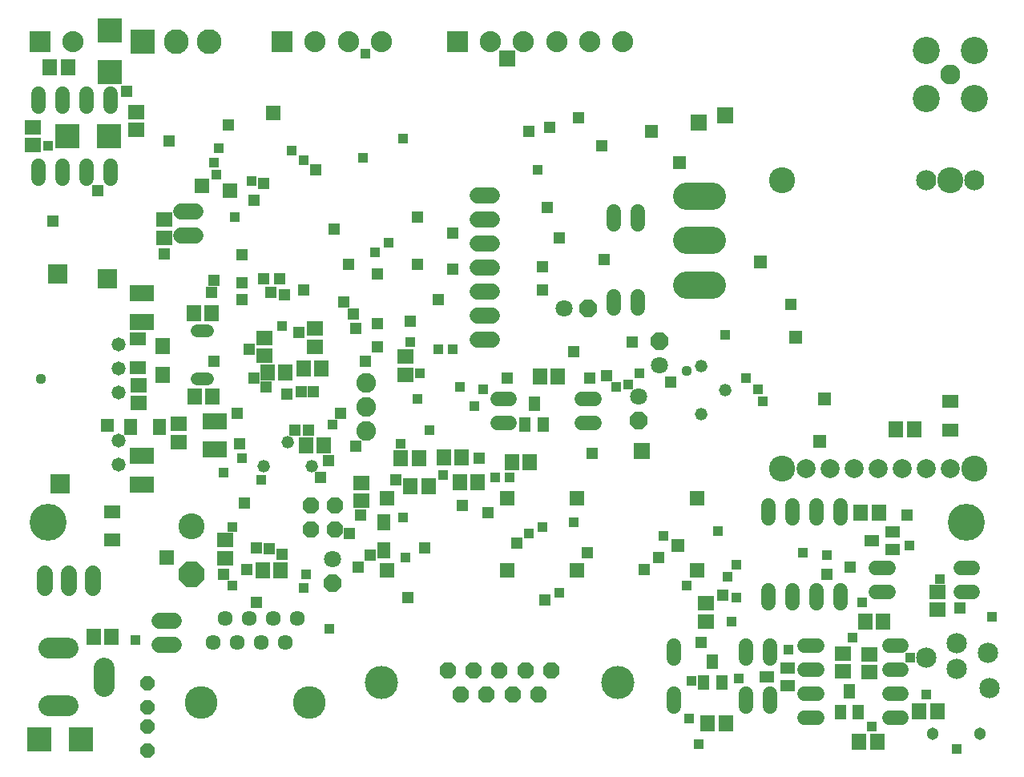
<source format=gbs>
G75*
%MOIN*%
%OFA0B0*%
%FSLAX25Y25*%
%IPPOS*%
%LPD*%
%AMOC8*
5,1,8,0,0,1.08239X$1,22.5*
%
%ADD10C,0.15367*%
%ADD11R,0.06706X0.05918*%
%ADD12R,0.05918X0.06706*%
%ADD13OC8,0.07100*%
%ADD14C,0.07100*%
%ADD15C,0.10800*%
%ADD16OC8,0.10800*%
%ADD17R,0.10249X0.07099*%
%ADD18R,0.06312X0.07099*%
%ADD19R,0.04737X0.06312*%
%ADD20R,0.10300X0.10300*%
%ADD21C,0.10300*%
%ADD22C,0.06800*%
%ADD23C,0.06000*%
%ADD24C,0.05800*%
%ADD25C,0.08674*%
%ADD26OC8,0.06800*%
%ADD27C,0.13800*%
%ADD28R,0.08800X0.08800*%
%ADD29C,0.08800*%
%ADD30C,0.08200*%
%ADD31R,0.05524X0.07099*%
%ADD32R,0.07099X0.05524*%
%ADD33OC8,0.06000*%
%ADD34C,0.05200*%
%ADD35R,0.06312X0.04737*%
%ADD36C,0.05200*%
%ADD37C,0.11450*%
%ADD38R,0.05950X0.05950*%
%ADD39C,0.03950*%
%ADD40C,0.08400*%
%ADD41C,0.07887*%
%ADD42C,0.08477*%
%ADD43C,0.05131*%
%ADD44C,0.06343*%
%ADD45C,0.13600*%
%ADD46C,0.08300*%
%ADD47C,0.11300*%
%ADD48R,0.10249X0.10249*%
%ADD49R,0.05524X0.06706*%
%ADD50R,0.04762X0.04762*%
%ADD51R,0.04369X0.04369*%
%ADD52R,0.06706X0.06706*%
%ADD53R,0.08477X0.08477*%
%ADD54R,0.06115X0.06115*%
%ADD55R,0.05550X0.05550*%
%ADD56R,0.05156X0.05156*%
%ADD57C,0.04369*%
D10*
X0019220Y0138532D03*
X0401110Y0138532D03*
D11*
X0389339Y0109438D03*
X0389339Y0101957D03*
X0360795Y0083454D03*
X0360795Y0075973D03*
X0349890Y0076288D03*
X0349890Y0083769D03*
X0292882Y0097233D03*
X0292882Y0104713D03*
X0167803Y0199871D03*
X0167803Y0207351D03*
X0130244Y0211564D03*
X0130244Y0219044D03*
X0109102Y0215107D03*
X0109102Y0207627D03*
X0073669Y0179320D03*
X0073669Y0171839D03*
X0056937Y0188060D03*
X0056937Y0195540D03*
X0067488Y0256879D03*
X0067488Y0264359D03*
X0055992Y0301761D03*
X0055992Y0309241D03*
X0012685Y0302745D03*
X0012685Y0295265D03*
X0149378Y0154753D03*
X0149378Y0147272D03*
X0092724Y0131013D03*
X0092724Y0123532D03*
D12*
X0108394Y0118532D03*
X0115874Y0118532D03*
X0170008Y0153532D03*
X0177488Y0153532D03*
X0173354Y0165146D03*
X0165874Y0165146D03*
X0183748Y0165540D03*
X0191228Y0165540D03*
X0190402Y0154950D03*
X0197882Y0154950D03*
X0212094Y0163493D03*
X0219575Y0163493D03*
X0223787Y0199005D03*
X0231268Y0199005D03*
X0132961Y0202587D03*
X0125480Y0202587D03*
X0117843Y0200737D03*
X0110362Y0200737D03*
X0087606Y0190855D03*
X0080126Y0190855D03*
X0079811Y0225304D03*
X0087291Y0225304D03*
X0126386Y0170265D03*
X0133866Y0170265D03*
X0045638Y0090619D03*
X0038157Y0090619D03*
X0293669Y0054831D03*
X0301150Y0054831D03*
X0356583Y0047036D03*
X0364063Y0047036D03*
X0381583Y0059831D03*
X0389063Y0059831D03*
X0366504Y0097154D03*
X0359024Y0097154D03*
X0357252Y0142430D03*
X0364732Y0142430D03*
X0371976Y0177233D03*
X0379457Y0177233D03*
X0027449Y0327863D03*
X0019969Y0327863D03*
D13*
X0243906Y0227509D03*
X0273512Y0213847D03*
X0264929Y0180698D03*
X0137488Y0112981D03*
D14*
X0137488Y0122981D03*
X0233906Y0227509D03*
X0273512Y0203847D03*
X0264929Y0190698D03*
D15*
X0324496Y0160855D03*
X0404496Y0160855D03*
X0394496Y0280855D03*
X0324496Y0280855D03*
X0078709Y0136879D03*
D16*
X0078709Y0116879D03*
D17*
X0058157Y0154202D03*
X0058157Y0166013D03*
X0088669Y0168611D03*
X0088669Y0180422D03*
X0058157Y0221800D03*
X0058157Y0233611D03*
D18*
X0067016Y0211643D03*
X0067016Y0199831D03*
D19*
X0217646Y0179162D03*
X0225126Y0179162D03*
X0221386Y0187824D03*
X0295677Y0080540D03*
X0291937Y0071879D03*
X0299417Y0071879D03*
X0348827Y0059438D03*
X0356307Y0059438D03*
X0352567Y0068099D03*
D20*
X0058669Y0338493D03*
D21*
X0072449Y0338493D03*
X0086228Y0338493D03*
D22*
X0080646Y0267745D02*
X0074646Y0267745D01*
X0074646Y0257745D02*
X0080646Y0257745D01*
X0197953Y0254438D02*
X0203953Y0254438D01*
X0203953Y0264438D02*
X0197953Y0264438D01*
X0197953Y0274438D02*
X0203953Y0274438D01*
X0203953Y0244438D02*
X0197953Y0244438D01*
X0197953Y0234438D02*
X0203953Y0234438D01*
X0203953Y0224438D02*
X0197953Y0224438D01*
X0197953Y0214438D02*
X0203953Y0214438D01*
X0071433Y0097272D02*
X0065433Y0097272D01*
X0065433Y0087272D02*
X0071433Y0087272D01*
X0037803Y0111005D02*
X0037803Y0117005D01*
X0027803Y0117005D02*
X0027803Y0111005D01*
X0017803Y0111005D02*
X0017803Y0117005D01*
D23*
X0206028Y0179792D02*
X0211228Y0179792D01*
X0211228Y0189792D02*
X0206028Y0189792D01*
X0241228Y0189792D02*
X0246428Y0189792D01*
X0246428Y0179792D02*
X0241228Y0179792D01*
X0254654Y0227269D02*
X0254654Y0232469D01*
X0264654Y0232469D02*
X0264654Y0227269D01*
X0264654Y0262469D02*
X0264654Y0267669D01*
X0254654Y0267669D02*
X0254654Y0262469D01*
X0318984Y0145268D02*
X0318984Y0140068D01*
X0328984Y0140068D02*
X0328984Y0145268D01*
X0338984Y0145268D02*
X0338984Y0140068D01*
X0348984Y0140068D02*
X0348984Y0145268D01*
X0363509Y0119556D02*
X0368709Y0119556D01*
X0368709Y0109556D02*
X0363509Y0109556D01*
X0348984Y0110068D02*
X0348984Y0104868D01*
X0338984Y0104868D02*
X0338984Y0110068D01*
X0328984Y0110068D02*
X0328984Y0104868D01*
X0318984Y0104868D02*
X0318984Y0110068D01*
X0319575Y0087038D02*
X0319575Y0081838D01*
X0309575Y0081838D02*
X0309575Y0087038D01*
X0309575Y0067038D02*
X0309575Y0061838D01*
X0319575Y0061838D02*
X0319575Y0067038D01*
X0333942Y0067154D02*
X0339142Y0067154D01*
X0339142Y0077154D02*
X0333942Y0077154D01*
X0333942Y0087154D02*
X0339142Y0087154D01*
X0369142Y0087154D02*
X0374342Y0087154D01*
X0374342Y0077154D02*
X0369142Y0077154D01*
X0369142Y0067154D02*
X0374342Y0067154D01*
X0374342Y0057154D02*
X0369142Y0057154D01*
X0339142Y0057154D02*
X0333942Y0057154D01*
X0279575Y0061838D02*
X0279575Y0067038D01*
X0279575Y0081838D02*
X0279575Y0087038D01*
X0398709Y0109556D02*
X0403909Y0109556D01*
X0403909Y0119556D02*
X0398709Y0119556D01*
X0045126Y0281523D02*
X0045126Y0286723D01*
X0035126Y0286723D02*
X0035126Y0281523D01*
X0025126Y0281523D02*
X0025126Y0286723D01*
X0015126Y0286723D02*
X0015126Y0281523D01*
X0015126Y0311523D02*
X0015126Y0316723D01*
X0025126Y0316723D02*
X0025126Y0311523D01*
X0035126Y0311523D02*
X0035126Y0316723D01*
X0045126Y0316723D02*
X0045126Y0311523D01*
D24*
X0048370Y0212414D03*
X0048370Y0202414D03*
X0048370Y0192414D03*
X0048370Y0172414D03*
X0048370Y0162414D03*
D25*
X0027488Y0086170D02*
X0019614Y0086170D01*
X0042449Y0077902D02*
X0042449Y0070028D01*
X0027488Y0062154D02*
X0019614Y0062154D01*
D26*
X0128394Y0135501D03*
X0138394Y0135501D03*
X0138394Y0145501D03*
X0128394Y0145501D03*
X0185416Y0076800D03*
X0196216Y0076800D03*
X0207016Y0076800D03*
X0217816Y0076800D03*
X0228616Y0076800D03*
X0223216Y0066800D03*
X0212416Y0066800D03*
X0201616Y0066800D03*
X0190816Y0066800D03*
D27*
X0157716Y0071800D03*
X0256316Y0071800D03*
D28*
X0189417Y0338493D03*
X0116543Y0338493D03*
X0015795Y0338493D03*
D29*
X0029575Y0338493D03*
X0130323Y0338493D03*
X0144102Y0338493D03*
X0157882Y0338493D03*
X0203197Y0338493D03*
X0216976Y0338493D03*
X0230756Y0338493D03*
X0244535Y0338493D03*
X0258315Y0338493D03*
D30*
X0151504Y0196328D03*
X0151504Y0186328D03*
X0151504Y0176328D03*
D31*
X0065441Y0178060D03*
X0053630Y0178060D03*
D32*
X0056465Y0202824D03*
X0056465Y0214635D03*
X0045953Y0142824D03*
X0045953Y0131013D03*
X0394378Y0176918D03*
X0394378Y0188729D03*
D33*
X0060559Y0071485D03*
X0060559Y0061485D03*
X0060559Y0053375D03*
X0060559Y0043375D03*
D34*
X0081154Y0197942D02*
X0085554Y0197942D01*
X0085554Y0217942D02*
X0081154Y0217942D01*
D35*
X0318079Y0074083D03*
X0326740Y0070343D03*
X0326740Y0077824D03*
X0370677Y0126997D03*
X0362016Y0130737D03*
X0370677Y0134477D03*
D36*
X0300992Y0193493D03*
X0290992Y0203493D03*
X0290992Y0183493D03*
X0128748Y0161800D03*
X0118748Y0171800D03*
X0108748Y0161800D03*
D37*
X0284762Y0237158D02*
X0295412Y0237158D01*
X0295412Y0255658D02*
X0284762Y0255658D01*
X0284762Y0274158D02*
X0295412Y0274158D01*
D38*
X0289220Y0148454D03*
X0289220Y0118454D03*
X0239220Y0118454D03*
X0210283Y0118454D03*
X0210283Y0148454D03*
X0239220Y0148454D03*
X0160283Y0148454D03*
X0160283Y0118454D03*
D39*
X0160283Y0118454D03*
X0160283Y0148454D03*
X0210283Y0148454D03*
X0239220Y0148454D03*
X0239220Y0118454D03*
X0210283Y0118454D03*
X0289220Y0118454D03*
X0289220Y0148454D03*
D40*
X0384496Y0280855D03*
X0404496Y0280855D03*
D41*
X0394496Y0160855D03*
X0384496Y0160855D03*
X0374496Y0160855D03*
X0364496Y0160855D03*
X0354496Y0160855D03*
X0344496Y0160855D03*
X0334496Y0160855D03*
D42*
X0397173Y0087942D03*
X0397173Y0077312D03*
X0384575Y0082036D03*
X0410165Y0084005D03*
X0410953Y0069438D03*
D43*
X0407016Y0050540D03*
X0387331Y0050540D03*
D44*
X0122941Y0098335D03*
X0112941Y0098335D03*
X0102941Y0098335D03*
X0107941Y0088335D03*
X0117941Y0088335D03*
X0097941Y0088335D03*
X0092941Y0098335D03*
X0087941Y0088335D03*
D45*
X0082941Y0063335D03*
X0127941Y0063335D03*
D46*
X0394575Y0324792D03*
D47*
X0384536Y0314753D03*
X0404614Y0314753D03*
X0404614Y0334831D03*
X0384536Y0334831D03*
D48*
X0015480Y0047981D03*
X0032803Y0047981D03*
X0027291Y0298965D03*
X0044614Y0298965D03*
X0044811Y0325737D03*
X0044811Y0343060D03*
D49*
X0158984Y0138335D03*
X0158984Y0126918D03*
D50*
X0153079Y0124753D03*
X0148157Y0119831D03*
X0144417Y0133808D03*
X0149142Y0141485D03*
X0163906Y0156249D03*
X0147173Y0170028D03*
X0135756Y0164123D03*
X0132409Y0157233D03*
X0127488Y0176918D03*
X0121976Y0176721D03*
X0118630Y0191682D03*
X0124535Y0192666D03*
X0129457Y0192666D03*
X0140874Y0183808D03*
X0151110Y0205461D03*
X0156031Y0211367D03*
X0156031Y0221209D03*
X0147173Y0219241D03*
X0146189Y0225146D03*
X0142252Y0230068D03*
X0156031Y0241879D03*
X0144220Y0245816D03*
X0138315Y0260580D03*
X0115677Y0239910D03*
X0111740Y0234005D03*
X0117646Y0233020D03*
X0125520Y0234989D03*
X0108787Y0239910D03*
X0099929Y0237942D03*
X0099929Y0231052D03*
X0087134Y0234005D03*
X0088118Y0238926D03*
X0099929Y0249753D03*
X0104850Y0272391D03*
X0108787Y0279280D03*
X0130441Y0285186D03*
X0094024Y0303887D03*
X0069417Y0296997D03*
X0051701Y0317666D03*
X0039890Y0276328D03*
X0021189Y0263729D03*
X0067646Y0249950D03*
X0102882Y0210383D03*
X0104850Y0198572D03*
X0109772Y0194635D03*
X0097961Y0183808D03*
X0098945Y0171013D03*
X0100913Y0146406D03*
X0105835Y0127706D03*
X0111346Y0127509D03*
X0116465Y0125146D03*
X0101898Y0118847D03*
X0092055Y0116879D03*
X0105835Y0105068D03*
X0168827Y0107036D03*
X0175717Y0127706D03*
X0191465Y0145422D03*
X0202291Y0142469D03*
X0214102Y0129674D03*
X0225913Y0106052D03*
X0243630Y0125737D03*
X0267252Y0118847D03*
X0273157Y0123769D03*
X0299732Y0108020D03*
X0290874Y0088335D03*
X0343039Y0116879D03*
X0352882Y0119831D03*
X0376504Y0141485D03*
X0278079Y0196603D03*
X0262331Y0213335D03*
X0251504Y0199556D03*
X0244614Y0198572D03*
X0237724Y0209398D03*
X0210165Y0198572D03*
X0181622Y0231052D03*
X0169811Y0222194D03*
X0172764Y0245816D03*
X0187528Y0243847D03*
X0187528Y0258611D03*
X0172764Y0265501D03*
X0219024Y0300934D03*
X0227882Y0302902D03*
X0239693Y0306839D03*
X0249535Y0295028D03*
X0226898Y0269438D03*
X0231819Y0256643D03*
X0224929Y0244831D03*
X0224929Y0234989D03*
X0250520Y0247784D03*
X0328276Y0229083D03*
X0245598Y0167076D03*
X0198354Y0165107D03*
X0123551Y0217272D03*
X0088118Y0205461D03*
D51*
X0116661Y0220225D03*
X0155047Y0250737D03*
X0160953Y0254674D03*
X0125520Y0289123D03*
X0120598Y0293060D03*
X0103866Y0280265D03*
X0089102Y0283217D03*
X0088118Y0288139D03*
X0090087Y0294044D03*
X0096976Y0265501D03*
X0150126Y0290107D03*
X0166858Y0297981D03*
X0151110Y0333414D03*
X0222961Y0285186D03*
X0300717Y0216288D03*
X0309575Y0198572D03*
X0314496Y0193650D03*
X0316465Y0188729D03*
X0265283Y0200540D03*
X0260362Y0195619D03*
X0255441Y0194635D03*
X0211150Y0157233D03*
X0205244Y0157233D03*
X0183591Y0158217D03*
X0165874Y0171013D03*
X0177685Y0176918D03*
X0172764Y0189713D03*
X0173748Y0200540D03*
X0181622Y0210383D03*
X0187528Y0210383D03*
X0190480Y0194635D03*
X0196386Y0186761D03*
X0200323Y0193650D03*
X0169811Y0213335D03*
X0137528Y0179083D03*
X0107803Y0156249D03*
X0099929Y0165107D03*
X0092055Y0159202D03*
X0095992Y0136564D03*
X0095992Y0111957D03*
X0125520Y0110973D03*
X0126504Y0116879D03*
X0136346Y0094241D03*
X0167843Y0123769D03*
X0166858Y0140501D03*
X0219024Y0133611D03*
X0224929Y0136564D03*
X0237724Y0138532D03*
X0231819Y0109005D03*
X0275126Y0132627D03*
X0297764Y0134595D03*
X0305638Y0120816D03*
X0301701Y0115894D03*
X0305638Y0107036D03*
X0303669Y0097194D03*
X0284969Y0111957D03*
X0327291Y0085383D03*
X0306622Y0073572D03*
X0286937Y0072587D03*
X0285953Y0056839D03*
X0289890Y0046013D03*
X0353866Y0090304D03*
X0357803Y0105068D03*
X0343039Y0124753D03*
X0333197Y0125737D03*
X0377488Y0128690D03*
X0390283Y0114910D03*
X0411937Y0099162D03*
X0377882Y0082233D03*
X0384378Y0066682D03*
X0361740Y0053493D03*
X0397173Y0044044D03*
X0055638Y0089320D03*
X0019220Y0295028D03*
D52*
X0210165Y0331446D03*
X0289890Y0304871D03*
X0300717Y0307824D03*
X0266268Y0168060D03*
D53*
X0043827Y0239910D03*
X0023157Y0241879D03*
X0024142Y0154280D03*
D54*
X0068433Y0123769D03*
X0095008Y0276328D03*
X0083197Y0278296D03*
X0112724Y0308808D03*
D55*
X0043827Y0178887D03*
X0270205Y0300934D03*
X0282016Y0288139D03*
X0315480Y0246800D03*
X0330244Y0215304D03*
X0342055Y0189713D03*
X0340087Y0171997D03*
X0281031Y0128690D03*
D56*
X0398551Y0102706D03*
D57*
X0284969Y0201524D03*
X0016268Y0198178D03*
M02*

</source>
